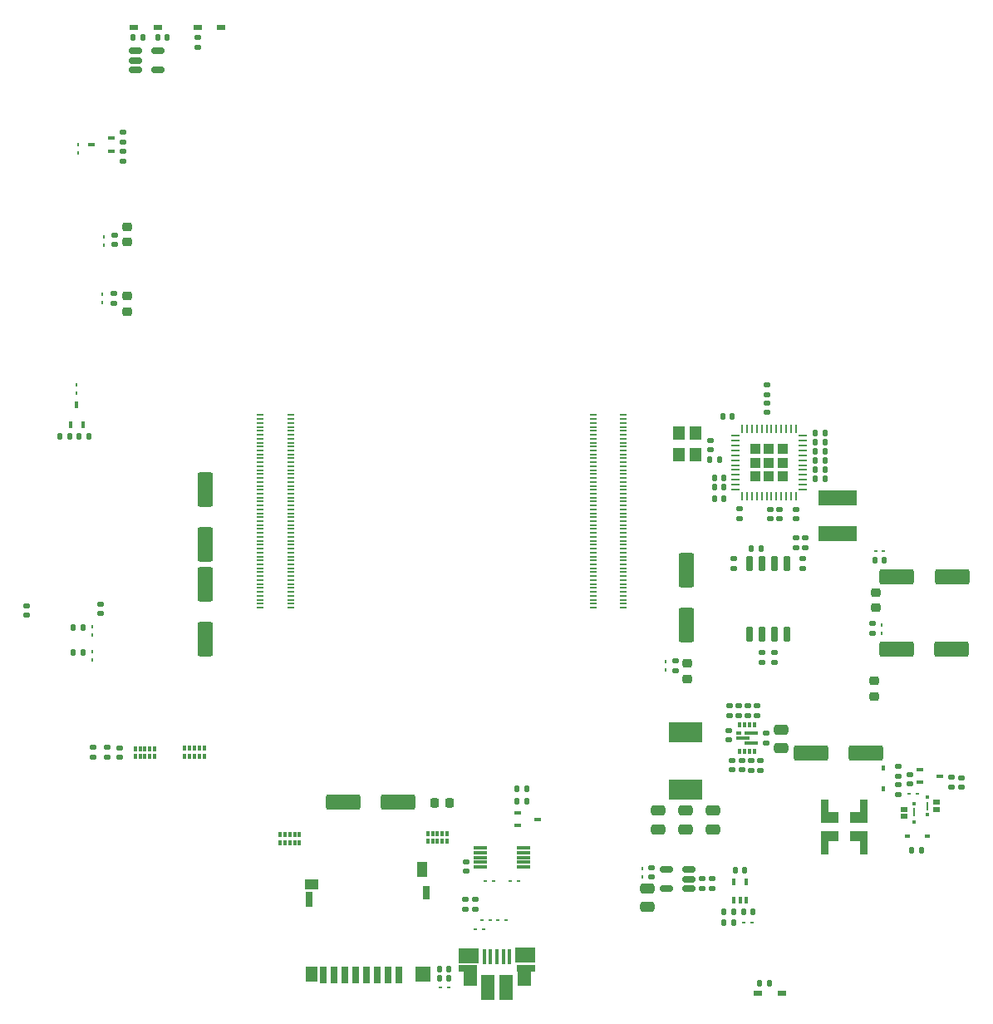
<source format=gtp>
%TF.GenerationSoftware,KiCad,Pcbnew,(5.99.0-12650-g5c402a64ab)*%
%TF.CreationDate,2021-10-24T00:02:36+01:00*%
%TF.ProjectId,Pintry-X2,50696e74-7279-42d5-9832-2e6b69636164,rev?*%
%TF.SameCoordinates,Original*%
%TF.FileFunction,Paste,Top*%
%TF.FilePolarity,Positive*%
%FSLAX46Y46*%
G04 Gerber Fmt 4.6, Leading zero omitted, Abs format (unit mm)*
G04 Created by KiCad (PCBNEW (5.99.0-12650-g5c402a64ab)) date 2021-10-24 00:02:36*
%MOMM*%
%LPD*%
G01*
G04 APERTURE LIST*
G04 Aperture macros list*
%AMRoundRect*
0 Rectangle with rounded corners*
0 $1 Rounding radius*
0 $2 $3 $4 $5 $6 $7 $8 $9 X,Y pos of 4 corners*
0 Add a 4 corners polygon primitive as box body*
4,1,4,$2,$3,$4,$5,$6,$7,$8,$9,$2,$3,0*
0 Add four circle primitives for the rounded corners*
1,1,$1+$1,$2,$3*
1,1,$1+$1,$4,$5*
1,1,$1+$1,$6,$7*
1,1,$1+$1,$8,$9*
0 Add four rect primitives between the rounded corners*
20,1,$1+$1,$2,$3,$4,$5,0*
20,1,$1+$1,$4,$5,$6,$7,0*
20,1,$1+$1,$6,$7,$8,$9,0*
20,1,$1+$1,$8,$9,$2,$3,0*%
%AMFreePoly0*
4,1,17,0.428536,1.278536,0.430000,1.275000,0.430000,-0.425000,0.428536,-0.428536,0.425000,-0.430000,-0.575000,-0.430000,-0.578536,-0.428536,-0.580000,-0.425000,-0.580000,0.570000,-1.875000,0.570000,-1.878536,0.571464,-1.880000,0.575000,-1.880000,1.275000,-1.878536,1.278536,-1.875000,1.280000,0.425000,1.280000,0.428536,1.278536,0.428536,1.278536,$1*%
G04 Aperture macros list end*
%ADD10C,0.010000*%
%ADD11R,0.250000X0.360000*%
%ADD12R,0.300000X0.550000*%
%ADD13R,0.400000X0.550000*%
%ADD14RoundRect,0.135000X0.185000X-0.135000X0.185000X0.135000X-0.185000X0.135000X-0.185000X-0.135000X0*%
%ADD15RoundRect,0.150000X0.512500X0.150000X-0.512500X0.150000X-0.512500X-0.150000X0.512500X-0.150000X0*%
%ADD16RoundRect,0.135000X-0.135000X-0.185000X0.135000X-0.185000X0.135000X0.185000X-0.135000X0.185000X0*%
%ADD17RoundRect,0.140000X0.170000X-0.140000X0.170000X0.140000X-0.170000X0.140000X-0.170000X-0.140000X0*%
%ADD18RoundRect,0.250000X1.500000X0.550000X-1.500000X0.550000X-1.500000X-0.550000X1.500000X-0.550000X0*%
%ADD19RoundRect,0.140000X-0.140000X-0.170000X0.140000X-0.170000X0.140000X0.170000X-0.140000X0.170000X0*%
%ADD20FreePoly0,270.000000*%
%ADD21RoundRect,0.135000X-0.185000X0.135000X-0.185000X-0.135000X0.185000X-0.135000X0.185000X0.135000X0*%
%ADD22RoundRect,0.250000X-1.500000X-0.550000X1.500000X-0.550000X1.500000X0.550000X-1.500000X0.550000X0*%
%ADD23RoundRect,0.250000X0.550000X-1.500000X0.550000X1.500000X-0.550000X1.500000X-0.550000X-1.500000X0*%
%ADD24RoundRect,0.140000X-0.170000X0.140000X-0.170000X-0.140000X0.170000X-0.140000X0.170000X0.140000X0*%
%ADD25RoundRect,0.250000X-0.475000X0.250000X-0.475000X-0.250000X0.475000X-0.250000X0.475000X0.250000X0*%
%ADD26R,0.400000X1.650000*%
%ADD27R,1.825000X0.700000*%
%ADD28R,1.430000X2.500000*%
%ADD29R,1.350000X2.000000*%
%ADD30R,2.000000X1.500000*%
%ADD31R,0.800000X0.600000*%
%ADD32R,0.300000X0.350000*%
%ADD33R,0.235000X0.870000*%
%ADD34R,0.700000X0.450000*%
%ADD35R,0.360000X0.250000*%
%ADD36R,1.200000X1.400000*%
%ADD37RoundRect,0.250000X0.300000X0.300000X-0.300000X0.300000X-0.300000X-0.300000X0.300000X-0.300000X0*%
%ADD38RoundRect,0.062500X0.337500X0.062500X-0.337500X0.062500X-0.337500X-0.062500X0.337500X-0.062500X0*%
%ADD39RoundRect,0.062500X0.062500X0.337500X-0.062500X0.337500X-0.062500X-0.337500X0.062500X-0.337500X0*%
%ADD40R,4.000000X1.500000*%
%ADD41R,0.900000X0.600000*%
%ADD42R,0.450000X0.600000*%
%ADD43R,3.400000X2.150000*%
%ADD44RoundRect,0.140000X0.140000X0.170000X-0.140000X0.170000X-0.140000X-0.170000X0.140000X-0.170000X0*%
%ADD45RoundRect,0.218750X-0.256250X0.218750X-0.256250X-0.218750X0.256250X-0.218750X0.256250X0.218750X0*%
%ADD46R,0.700000X0.200000*%
%ADD47RoundRect,0.150000X0.150000X-0.650000X0.150000X0.650000X-0.150000X0.650000X-0.150000X-0.650000X0*%
%ADD48RoundRect,0.135000X0.135000X0.185000X-0.135000X0.185000X-0.135000X-0.185000X0.135000X-0.185000X0*%
%ADD49R,0.450000X0.700000*%
%ADD50RoundRect,0.218750X-0.218750X-0.256250X0.218750X-0.256250X0.218750X0.256250X-0.218750X0.256250X0*%
%ADD51R,0.600000X0.450000*%
%ADD52RoundRect,0.250000X-0.550000X1.500000X-0.550000X-1.500000X0.550000X-1.500000X0.550000X1.500000X0*%
%ADD53R,0.400000X0.650000*%
%ADD54R,1.400000X0.300000*%
%ADD55R,0.700000X1.750000*%
%ADD56R,1.450000X1.000000*%
%ADD57R,1.000000X1.550000*%
%ADD58R,1.500000X1.500000*%
%ADD59R,0.800000X1.400000*%
%ADD60R,1.300000X1.500000*%
%ADD61R,0.800000X1.500000*%
%ADD62RoundRect,0.218750X0.256250X-0.218750X0.256250X0.218750X-0.256250X0.218750X-0.256250X-0.218750X0*%
%ADD63R,1.400000X0.350000*%
%ADD64R,0.350000X0.600000*%
%ADD65R,0.600000X0.350000*%
%ADD66RoundRect,0.150000X-0.512500X-0.150000X0.512500X-0.150000X0.512500X0.150000X-0.512500X0.150000X0*%
G04 APERTURE END LIST*
D10*
%TO.C,FL1*%
X152800000Y-191750000D02*
X152800000Y-189450000D01*
X152800000Y-189450000D02*
X153500000Y-189450000D01*
X153500000Y-189450000D02*
X153500000Y-190750000D01*
X153500000Y-190750000D02*
X154500000Y-190750000D01*
X154500000Y-190750000D02*
X154500000Y-191750000D01*
X154500000Y-191750000D02*
X152800000Y-191750000D01*
G36*
X153500000Y-190750000D02*
G01*
X154500000Y-190750000D01*
X154500000Y-191750000D01*
X152800000Y-191750000D01*
X152800000Y-189450000D01*
X153500000Y-189450000D01*
X153500000Y-190750000D01*
G37*
X153500000Y-190750000D02*
X154500000Y-190750000D01*
X154500000Y-191750000D01*
X152800000Y-191750000D01*
X152800000Y-189450000D01*
X153500000Y-189450000D01*
X153500000Y-190750000D01*
X157500000Y-191750000D02*
X157500000Y-189450000D01*
X157500000Y-189450000D02*
X156800000Y-189450000D01*
X156800000Y-189450000D02*
X156800000Y-190750000D01*
X156800000Y-190750000D02*
X155800000Y-190750000D01*
X155800000Y-190750000D02*
X155800000Y-191750000D01*
X155800000Y-191750000D02*
X157500000Y-191750000D01*
G36*
X157500000Y-191750000D02*
G01*
X155800000Y-191750000D01*
X155800000Y-190750000D01*
X156800000Y-190750000D01*
X156800000Y-189450000D01*
X157500000Y-189450000D01*
X157500000Y-191750000D01*
G37*
X157500000Y-191750000D02*
X155800000Y-191750000D01*
X155800000Y-190750000D01*
X156800000Y-190750000D01*
X156800000Y-189450000D01*
X157500000Y-189450000D01*
X157500000Y-191750000D01*
X157500000Y-192650000D02*
X157500000Y-194950000D01*
X157500000Y-194950000D02*
X156800000Y-194950000D01*
X156800000Y-194950000D02*
X156800000Y-193650000D01*
X156800000Y-193650000D02*
X155800000Y-193650000D01*
X155800000Y-193650000D02*
X155800000Y-192650000D01*
X155800000Y-192650000D02*
X157500000Y-192650000D01*
G36*
X157500000Y-194950000D02*
G01*
X156800000Y-194950000D01*
X156800000Y-193650000D01*
X155800000Y-193650000D01*
X155800000Y-192650000D01*
X157500000Y-192650000D01*
X157500000Y-194950000D01*
G37*
X157500000Y-194950000D02*
X156800000Y-194950000D01*
X156800000Y-193650000D01*
X155800000Y-193650000D01*
X155800000Y-192650000D01*
X157500000Y-192650000D01*
X157500000Y-194950000D01*
X152800000Y-192650000D02*
X152800000Y-194950000D01*
X152800000Y-194950000D02*
X153500000Y-194950000D01*
X153500000Y-194950000D02*
X153500000Y-193650000D01*
X153500000Y-193650000D02*
X154500000Y-193650000D01*
X154500000Y-193650000D02*
X154500000Y-192650000D01*
X154500000Y-192650000D02*
X152800000Y-192650000D01*
G36*
X154500000Y-193650000D02*
G01*
X153500000Y-193650000D01*
X153500000Y-194950000D01*
X152800000Y-194950000D01*
X152800000Y-192650000D01*
X154500000Y-192650000D01*
X154500000Y-193650000D01*
G37*
X154500000Y-193650000D02*
X153500000Y-193650000D01*
X153500000Y-194950000D01*
X152800000Y-194950000D01*
X152800000Y-192650000D01*
X154500000Y-192650000D01*
X154500000Y-193650000D01*
%TD*%
D11*
%TO.C,D13*%
X79750000Y-132130000D03*
X79750000Y-132970000D03*
%TD*%
D12*
%TO.C,U2*%
X88000000Y-185020000D03*
X88500000Y-185020000D03*
D13*
X89000000Y-185020000D03*
D12*
X89500000Y-185020000D03*
X90000000Y-185020000D03*
X90000000Y-184250000D03*
X89500000Y-184250000D03*
D13*
X89000000Y-184250000D03*
D12*
X88500000Y-184250000D03*
X88000000Y-184250000D03*
%TD*%
D14*
%TO.C,R27*%
X160700000Y-188960000D03*
X160700000Y-187940000D03*
%TD*%
D15*
%TO.C,U15*%
X139337500Y-198500000D03*
X139337500Y-197550000D03*
X139337500Y-196600000D03*
X137062500Y-196600000D03*
X137062500Y-198500000D03*
%TD*%
D16*
%TO.C,R10*%
X77190000Y-152500000D03*
X78210000Y-152500000D03*
%TD*%
D17*
%TO.C,C2*%
X116650000Y-196780000D03*
X116650000Y-195820000D03*
%TD*%
D18*
%TO.C,C49*%
X109725000Y-189750000D03*
X104125000Y-189750000D03*
%TD*%
D14*
%TO.C,R30*%
X145700000Y-186460000D03*
X145700000Y-185440000D03*
%TD*%
D12*
%TO.C,U6*%
X97700000Y-193820000D03*
X98200000Y-193820000D03*
D13*
X98700000Y-193820000D03*
D12*
X99200000Y-193820000D03*
X99700000Y-193820000D03*
X99700000Y-193050000D03*
X99200000Y-193050000D03*
D13*
X98700000Y-193050000D03*
D12*
X98200000Y-193050000D03*
X97700000Y-193050000D03*
%TD*%
D19*
%TO.C,C15*%
X113970000Y-206700000D03*
X114930000Y-206700000D03*
%TD*%
D20*
%TO.C,FL1*%
X156225000Y-191325000D03*
%TD*%
D21*
%TO.C,R3*%
X78700000Y-184140000D03*
X78700000Y-185160000D03*
%TD*%
D22*
%TO.C,C55*%
X160575000Y-166750000D03*
X166175000Y-166750000D03*
%TD*%
D14*
%TO.C,R31*%
X166100000Y-188210000D03*
X166100000Y-187190000D03*
%TD*%
%TO.C,R2*%
X116600000Y-200610000D03*
X116600000Y-199590000D03*
%TD*%
D23*
%TO.C,C50*%
X139100000Y-171650000D03*
X139100000Y-166050000D03*
%TD*%
D19*
%TO.C,C28*%
X152277500Y-154917500D03*
X153237500Y-154917500D03*
%TD*%
D24*
%TO.C,C68*%
X71900000Y-169720000D03*
X71900000Y-170680000D03*
%TD*%
D25*
%TO.C,C58*%
X148750000Y-182350000D03*
X148750000Y-184250000D03*
%TD*%
D11*
%TO.C,D12*%
X78550000Y-174430000D03*
X78550000Y-175270000D03*
%TD*%
D16*
%TO.C,R16*%
X121840000Y-189650000D03*
X122860000Y-189650000D03*
%TD*%
D25*
%TO.C,C6*%
X135150000Y-198500000D03*
X135150000Y-200400000D03*
%TD*%
D14*
%TO.C,R7*%
X81750000Y-124410000D03*
X81750000Y-123390000D03*
%TD*%
D21*
%TO.C,R6*%
X89300000Y-111790000D03*
X89300000Y-112810000D03*
%TD*%
D24*
%TO.C,C27*%
X143950000Y-164920000D03*
X143950000Y-165880000D03*
%TD*%
D26*
%TO.C,J1*%
X118515000Y-205435000D03*
X119165000Y-205435000D03*
X119815000Y-205435000D03*
X120465000Y-205435000D03*
X121115000Y-205435000D03*
D27*
X116865000Y-206635000D03*
X122815000Y-206635000D03*
D28*
X118855000Y-208585000D03*
D29*
X122565000Y-207385000D03*
X117085000Y-207385000D03*
D30*
X122715000Y-205315000D03*
D28*
X120775000Y-208585000D03*
D30*
X116965000Y-205335000D03*
%TD*%
D14*
%TO.C,R13*%
X147350000Y-148210000D03*
X147350000Y-147190000D03*
%TD*%
D11*
%TO.C,D16*%
X77000000Y-148020000D03*
X77000000Y-147180000D03*
%TD*%
D17*
%TO.C,C5*%
X141700000Y-198480000D03*
X141700000Y-197520000D03*
%TD*%
D31*
%TO.C,Q7*%
X164625000Y-189750000D03*
X164625000Y-190450000D03*
D32*
X163650000Y-189175000D03*
X163650000Y-191025000D03*
D33*
X163650000Y-190140000D03*
%TD*%
D34*
%TO.C,Q1*%
X80500000Y-123400000D03*
X80500000Y-122100000D03*
X78500000Y-122750000D03*
%TD*%
D14*
%TO.C,R22*%
X145400000Y-180910000D03*
X145400000Y-179890000D03*
%TD*%
D35*
%TO.C,D4*%
X121180000Y-197750000D03*
X122020000Y-197750000D03*
%TD*%
D36*
%TO.C,Y1*%
X140062500Y-154362500D03*
X140062500Y-152162500D03*
X138362500Y-152162500D03*
X138362500Y-154362500D03*
%TD*%
D11*
%TO.C,D23*%
X159025000Y-172527500D03*
X159025000Y-171687500D03*
%TD*%
D14*
%TO.C,R26*%
X143500000Y-180910000D03*
X143500000Y-179890000D03*
%TD*%
D37*
%TO.C,U7*%
X148907500Y-153767500D03*
X146167500Y-153767500D03*
X148907500Y-156507500D03*
X148907500Y-155137500D03*
X147537500Y-155137500D03*
X147537500Y-153767500D03*
X147537500Y-156507500D03*
X146167500Y-156507500D03*
X146167500Y-155137500D03*
D38*
X150987500Y-157887500D03*
X150987500Y-157387500D03*
X150987500Y-156887500D03*
X150987500Y-156387500D03*
X150987500Y-155887500D03*
X150987500Y-155387500D03*
X150987500Y-154887500D03*
X150987500Y-154387500D03*
X150987500Y-153887500D03*
X150987500Y-153387500D03*
X150987500Y-152887500D03*
X150987500Y-152387500D03*
D39*
X150287500Y-151687500D03*
X149787500Y-151687500D03*
X149287500Y-151687500D03*
X148787500Y-151687500D03*
X148287500Y-151687500D03*
X147787500Y-151687500D03*
X147287500Y-151687500D03*
X146787500Y-151687500D03*
X146287500Y-151687500D03*
X145787500Y-151687500D03*
X145287500Y-151687500D03*
X144787500Y-151687500D03*
D38*
X144087500Y-152387500D03*
X144087500Y-152887500D03*
X144087500Y-153387500D03*
X144087500Y-153887500D03*
X144087500Y-154387500D03*
X144087500Y-154887500D03*
X144087500Y-155387500D03*
X144087500Y-155887500D03*
X144087500Y-156387500D03*
X144087500Y-156887500D03*
X144087500Y-157387500D03*
X144087500Y-157887500D03*
D39*
X144787500Y-158587500D03*
X145287500Y-158587500D03*
X145787500Y-158587500D03*
X146287500Y-158587500D03*
X146787500Y-158587500D03*
X147287500Y-158587500D03*
X147787500Y-158587500D03*
X148287500Y-158587500D03*
X148787500Y-158587500D03*
X149287500Y-158587500D03*
X149787500Y-158587500D03*
X150287500Y-158587500D03*
%TD*%
D11*
%TO.C,D15*%
X77150000Y-122730000D03*
X77150000Y-123570000D03*
%TD*%
D40*
%TO.C,L1*%
X154500000Y-162350000D03*
X154500000Y-158750000D03*
%TD*%
D41*
%TO.C,D8*%
X82850000Y-110800000D03*
X85250000Y-110800000D03*
%TD*%
D21*
%TO.C,R23*%
X146350000Y-179890000D03*
X146350000Y-180910000D03*
%TD*%
D19*
%TO.C,C13*%
X144120000Y-196650000D03*
X145080000Y-196650000D03*
%TD*%
D17*
%TO.C,C17*%
X80750000Y-138880000D03*
X80750000Y-137920000D03*
%TD*%
D11*
%TO.C,D21*%
X137000000Y-175405000D03*
X137000000Y-176245000D03*
%TD*%
D42*
%TO.C,D26*%
X159200000Y-188325000D03*
X159200000Y-186225000D03*
%TD*%
D12*
%TO.C,U1*%
X82950000Y-185035000D03*
X83450000Y-185035000D03*
D13*
X83950000Y-185035000D03*
D12*
X84450000Y-185035000D03*
X84950000Y-185035000D03*
X84950000Y-184265000D03*
X84450000Y-184265000D03*
D13*
X83950000Y-184265000D03*
D12*
X83450000Y-184265000D03*
X82950000Y-184265000D03*
%TD*%
D43*
%TO.C,L2*%
X139000000Y-182575000D03*
X139000000Y-188425000D03*
%TD*%
D16*
%TO.C,R8*%
X75280000Y-152500000D03*
X76300000Y-152500000D03*
%TD*%
D12*
%TO.C,U5*%
X112750000Y-193685000D03*
X113250000Y-193685000D03*
D13*
X113750000Y-193685000D03*
D12*
X114250000Y-193685000D03*
X114750000Y-193685000D03*
X114750000Y-192915000D03*
X114250000Y-192915000D03*
D13*
X113750000Y-192915000D03*
D12*
X113250000Y-192915000D03*
X112750000Y-192915000D03*
%TD*%
D16*
%TO.C,R35*%
X121840000Y-188400000D03*
X122860000Y-188400000D03*
%TD*%
D44*
%TO.C,C36*%
X143780000Y-150450000D03*
X142820000Y-150450000D03*
%TD*%
D16*
%TO.C,R20*%
X76590000Y-174450000D03*
X77610000Y-174450000D03*
%TD*%
D45*
%TO.C,FB6*%
X158250000Y-177362500D03*
X158250000Y-178937500D03*
%TD*%
D16*
%TO.C,R14*%
X146530000Y-208200000D03*
X147550000Y-208200000D03*
%TD*%
D24*
%TO.C,C38*%
X147657500Y-159887500D03*
X147657500Y-160847500D03*
%TD*%
D44*
%TO.C,C33*%
X142937500Y-158767500D03*
X141977500Y-158767500D03*
%TD*%
D35*
%TO.C,D25*%
X161830000Y-188900000D03*
X162670000Y-188900000D03*
%TD*%
D21*
%TO.C,R24*%
X144450000Y-179890000D03*
X144450000Y-180910000D03*
%TD*%
D41*
%TO.C,D9*%
X89300000Y-110800000D03*
X91700000Y-110800000D03*
%TD*%
D23*
%TO.C,C10*%
X90100000Y-163450000D03*
X90100000Y-157850000D03*
%TD*%
D19*
%TO.C,C11*%
X85270000Y-111850000D03*
X86230000Y-111850000D03*
%TD*%
D45*
%TO.C,FB1*%
X82150000Y-131112500D03*
X82150000Y-132687500D03*
%TD*%
D24*
%TO.C,C39*%
X148607500Y-159887500D03*
X148607500Y-160847500D03*
%TD*%
D35*
%TO.C,D3*%
X119900000Y-201700000D03*
X120740000Y-201700000D03*
%TD*%
%TO.C,D22*%
X158380000Y-164125000D03*
X159220000Y-164125000D03*
%TD*%
D21*
%TO.C,R4*%
X80100000Y-184140000D03*
X80100000Y-185160000D03*
%TD*%
D19*
%TO.C,C34*%
X152277500Y-152117500D03*
X153237500Y-152117500D03*
%TD*%
%TO.C,C14*%
X113970000Y-207650000D03*
X114930000Y-207650000D03*
%TD*%
%TO.C,C32*%
X152277500Y-153017500D03*
X153237500Y-153017500D03*
%TD*%
D24*
%TO.C,C23*%
X151200000Y-162820000D03*
X151200000Y-163780000D03*
%TD*%
D19*
%TO.C,C43*%
X158295000Y-165100000D03*
X159255000Y-165100000D03*
%TD*%
D24*
%TO.C,C61*%
X143800000Y-185470000D03*
X143800000Y-186430000D03*
%TD*%
D19*
%TO.C,C31*%
X152277500Y-156767500D03*
X153237500Y-156767500D03*
%TD*%
D17*
%TO.C,C4*%
X140750000Y-198480000D03*
X140750000Y-197520000D03*
%TD*%
D21*
%TO.C,R11*%
X150950000Y-164890000D03*
X150950000Y-165910000D03*
%TD*%
D35*
%TO.C,D10*%
X114030000Y-208600000D03*
X114870000Y-208600000D03*
%TD*%
D46*
%TO.C,Module1*%
X95700000Y-150300000D03*
X98780000Y-150300000D03*
X95700000Y-150700000D03*
X98780000Y-150700000D03*
X95700000Y-151100000D03*
X98780000Y-151100000D03*
X95700000Y-151500000D03*
X98780000Y-151500000D03*
X95700000Y-151900000D03*
X98780000Y-151900000D03*
X95700000Y-152300000D03*
X98780000Y-152300000D03*
X95700000Y-152700000D03*
X98780000Y-152700000D03*
X95700000Y-153100000D03*
X98780000Y-153100000D03*
X95700000Y-153500000D03*
X98780000Y-153500000D03*
X95700000Y-153900000D03*
X98780000Y-153900000D03*
X95700000Y-154300000D03*
X98780000Y-154300000D03*
X95700000Y-154700000D03*
X98780000Y-154700000D03*
X95700000Y-155100000D03*
X98780000Y-155100000D03*
X95700000Y-155500000D03*
X98780000Y-155500000D03*
X95700000Y-155900000D03*
X98780000Y-155900000D03*
X95700000Y-156300000D03*
X98780000Y-156300000D03*
X95700000Y-156700000D03*
X98780000Y-156700000D03*
X95700000Y-157100000D03*
X98780000Y-157100000D03*
X95700000Y-157500000D03*
X98780000Y-157500000D03*
X95700000Y-157900000D03*
X98780000Y-157900000D03*
X95700000Y-158300000D03*
X98780000Y-158300000D03*
X95700000Y-158700000D03*
X98780000Y-158700000D03*
X95700000Y-159100000D03*
X98780000Y-159100000D03*
X95700000Y-159500000D03*
X98780000Y-159500000D03*
X95700000Y-159900000D03*
X98780000Y-159900000D03*
X95700000Y-160300000D03*
X98780000Y-160300000D03*
X95700000Y-160700000D03*
X98780000Y-160700000D03*
X95700000Y-161100000D03*
X98780000Y-161100000D03*
X95700000Y-161500000D03*
X98780000Y-161500000D03*
X95700000Y-161900000D03*
X98780000Y-161900000D03*
X95700000Y-162300000D03*
X98780000Y-162300000D03*
X95700000Y-162700000D03*
X98780000Y-162700000D03*
X95700000Y-163100000D03*
X98780000Y-163100000D03*
X95700000Y-163500000D03*
X98780000Y-163500000D03*
X95700000Y-163900000D03*
X98780000Y-163900000D03*
X95700000Y-164300000D03*
X98780000Y-164300000D03*
X95700000Y-164700000D03*
X98780000Y-164700000D03*
X95700000Y-165100000D03*
X98780000Y-165100000D03*
X95700000Y-165500000D03*
X98780000Y-165500000D03*
X95700000Y-165900000D03*
X98780000Y-165900000D03*
X95700000Y-166300000D03*
X98780000Y-166300000D03*
X95700000Y-166700000D03*
X98780000Y-166700000D03*
X95700000Y-167100000D03*
X98780000Y-167100000D03*
X95700000Y-167500000D03*
X98780000Y-167500000D03*
X95700000Y-167900000D03*
X98780000Y-167900000D03*
X95700000Y-168300000D03*
X98780000Y-168300000D03*
X95700000Y-168700000D03*
X98780000Y-168700000D03*
X95700000Y-169100000D03*
X98780000Y-169100000D03*
X95700000Y-169500000D03*
X98780000Y-169500000D03*
X95700000Y-169900000D03*
X98780000Y-169900000D03*
X129620000Y-150300000D03*
X132700000Y-150300000D03*
X129620000Y-150700000D03*
X132700000Y-150700000D03*
X129620000Y-151100000D03*
X132700000Y-151100000D03*
X129620000Y-151500000D03*
X132700000Y-151500000D03*
X129620000Y-151900000D03*
X132700000Y-151900000D03*
X129620000Y-152300000D03*
X132700000Y-152300000D03*
X129620000Y-152700000D03*
X132700000Y-152700000D03*
X129620000Y-153100000D03*
X132700000Y-153100000D03*
X129620000Y-153500000D03*
X132700000Y-153500000D03*
X129620000Y-153900000D03*
X132700000Y-153900000D03*
X129620000Y-154300000D03*
X132700000Y-154300000D03*
X129620000Y-154700000D03*
X132700000Y-154700000D03*
X129620000Y-155100000D03*
X132700000Y-155100000D03*
X129620000Y-155500000D03*
X132700000Y-155500000D03*
X129620000Y-155900000D03*
X132700000Y-155900000D03*
X129620000Y-156300000D03*
X132700000Y-156300000D03*
X129620000Y-156700000D03*
X132700000Y-156700000D03*
X129620000Y-157100000D03*
X132700000Y-157100000D03*
X129620000Y-157500000D03*
X132700000Y-157500000D03*
X129620000Y-157900000D03*
X132700000Y-157900000D03*
X129620000Y-158300000D03*
X132700000Y-158300000D03*
X129620000Y-158700000D03*
X132700000Y-158700000D03*
X129620000Y-159100000D03*
X132700000Y-159100000D03*
X129620000Y-159500000D03*
X132700000Y-159500000D03*
X129620000Y-159900000D03*
X132700000Y-159900000D03*
X129620000Y-160300000D03*
X132700000Y-160300000D03*
X129620000Y-160700000D03*
X132700000Y-160700000D03*
X129620000Y-161100000D03*
X132700000Y-161100000D03*
X129620000Y-161500000D03*
X132700000Y-161500000D03*
X129620000Y-161900000D03*
X132700000Y-161900000D03*
X129620000Y-162300000D03*
X132700000Y-162300000D03*
X129620000Y-162700000D03*
X132700000Y-162700000D03*
X129620000Y-163100000D03*
X132700000Y-163100000D03*
X129620000Y-163500000D03*
X132700000Y-163500000D03*
X129620000Y-163900000D03*
X132700000Y-163900000D03*
X129620000Y-164300000D03*
X132700000Y-164300000D03*
X129620000Y-164700000D03*
X132700000Y-164700000D03*
X129620000Y-165100000D03*
X132700000Y-165100000D03*
X129620000Y-165500000D03*
X132700000Y-165500000D03*
X129620000Y-165900000D03*
X132700000Y-165900000D03*
X129620000Y-166300000D03*
X132700000Y-166300000D03*
X129620000Y-166700000D03*
X132700000Y-166700000D03*
X129620000Y-167100000D03*
X132700000Y-167100000D03*
X129620000Y-167500000D03*
X132700000Y-167500000D03*
X129620000Y-167900000D03*
X132700000Y-167900000D03*
X129620000Y-168300000D03*
X132700000Y-168300000D03*
X129620000Y-168700000D03*
X132700000Y-168700000D03*
X129620000Y-169100000D03*
X132700000Y-169100000D03*
X129620000Y-169500000D03*
X132700000Y-169500000D03*
X129620000Y-169900000D03*
X132700000Y-169900000D03*
%TD*%
D47*
%TO.C,U10*%
X145545000Y-172650000D03*
X146815000Y-172650000D03*
X148085000Y-172650000D03*
X149355000Y-172650000D03*
X149355000Y-165450000D03*
X148085000Y-165450000D03*
X146815000Y-165450000D03*
X145545000Y-165450000D03*
%TD*%
D17*
%TO.C,C9*%
X81400000Y-185130000D03*
X81400000Y-184170000D03*
%TD*%
D11*
%TO.C,D11*%
X78550000Y-171880000D03*
X78550000Y-172720000D03*
%TD*%
D25*
%TO.C,C64*%
X141800000Y-190600000D03*
X141800000Y-192500000D03*
%TD*%
D48*
%TO.C,R15*%
X143960000Y-200900000D03*
X142940000Y-200900000D03*
%TD*%
D44*
%TO.C,C40*%
X142487500Y-154812500D03*
X141527500Y-154812500D03*
%TD*%
D24*
%TO.C,C42*%
X138000000Y-175345000D03*
X138000000Y-176305000D03*
%TD*%
%TO.C,C60*%
X143400000Y-182420000D03*
X143400000Y-183380000D03*
%TD*%
D49*
%TO.C,Q2*%
X76350000Y-151250000D03*
X77650000Y-151250000D03*
X77000000Y-149250000D03*
%TD*%
D25*
%TO.C,C62*%
X139050000Y-190600000D03*
X139050000Y-192500000D03*
%TD*%
D50*
%TO.C,FB3*%
X113437500Y-189775000D03*
X115012500Y-189775000D03*
%TD*%
D35*
%TO.C,D6*%
X119470000Y-197750000D03*
X118630000Y-197750000D03*
%TD*%
D51*
%TO.C,D24*%
X163700000Y-193150000D03*
X161600000Y-193150000D03*
%TD*%
D14*
%TO.C,R29*%
X146650000Y-186460000D03*
X146650000Y-185440000D03*
%TD*%
%TO.C,R9*%
X81750000Y-122510000D03*
X81750000Y-121490000D03*
%TD*%
D19*
%TO.C,C29*%
X152277500Y-155867500D03*
X153237500Y-155867500D03*
%TD*%
D41*
%TO.C,D17*%
X148837500Y-209200000D03*
X146437500Y-209200000D03*
%TD*%
D52*
%TO.C,C8*%
X90100000Y-167550000D03*
X90100000Y-173150000D03*
%TD*%
D48*
%TO.C,R5*%
X143960000Y-201950000D03*
X142940000Y-201950000D03*
%TD*%
D34*
%TO.C,Q6*%
X162900000Y-186400000D03*
X162900000Y-187700000D03*
X164900000Y-187050000D03*
%TD*%
D16*
%TO.C,R1*%
X82690000Y-111850000D03*
X83710000Y-111850000D03*
%TD*%
D53*
%TO.C,U4*%
X143950000Y-199700000D03*
X144600000Y-199700000D03*
X145250000Y-199700000D03*
X145250000Y-197800000D03*
X143950000Y-197800000D03*
%TD*%
D19*
%TO.C,C20*%
X141977500Y-157617500D03*
X142937500Y-157617500D03*
%TD*%
%TO.C,C35*%
X152277500Y-153967500D03*
X153237500Y-153967500D03*
%TD*%
D45*
%TO.C,FB4*%
X139225000Y-175612500D03*
X139225000Y-177187500D03*
%TD*%
D34*
%TO.C,Q3*%
X121950000Y-190800000D03*
X121950000Y-192100000D03*
X123950000Y-191450000D03*
%TD*%
D24*
%TO.C,C16*%
X80850000Y-131970000D03*
X80850000Y-132930000D03*
%TD*%
D11*
%TO.C,D2*%
X134600000Y-197320000D03*
X134600000Y-196480000D03*
%TD*%
D17*
%TO.C,C37*%
X147357500Y-150030000D03*
X147357500Y-149070000D03*
%TD*%
D14*
%TO.C,R17*%
X146800000Y-175510000D03*
X146800000Y-174490000D03*
%TD*%
D54*
%TO.C,U14*%
X122510000Y-196350000D03*
X122510000Y-195850000D03*
X122510000Y-195350000D03*
X122510000Y-194850000D03*
X122510000Y-194350000D03*
X118110000Y-194350000D03*
X118110000Y-194850000D03*
X118110000Y-195350000D03*
X118110000Y-195850000D03*
X118110000Y-196350000D03*
%TD*%
D55*
%TO.C,J4*%
X109795000Y-207350000D03*
X108695000Y-207350000D03*
X107595000Y-207350000D03*
X106495000Y-207350000D03*
X105395000Y-207350000D03*
X104295000Y-207350000D03*
X103195000Y-207350000D03*
X102095000Y-207350000D03*
D56*
X100970000Y-198125000D03*
D57*
X112195000Y-196550000D03*
D58*
X112245000Y-207225000D03*
D59*
X112595000Y-198975000D03*
D60*
X100895000Y-207225000D03*
D61*
X100645000Y-199625000D03*
%TD*%
D62*
%TO.C,FB2*%
X82100000Y-139737500D03*
X82100000Y-138162500D03*
%TD*%
D35*
%TO.C,D1*%
X118470000Y-202650000D03*
X117630000Y-202650000D03*
%TD*%
D24*
%TO.C,C18*%
X141562500Y-152882500D03*
X141562500Y-153842500D03*
%TD*%
D17*
%TO.C,C44*%
X158050000Y-172505000D03*
X158050000Y-171545000D03*
%TD*%
D24*
%TO.C,C30*%
X150307500Y-159887500D03*
X150307500Y-160847500D03*
%TD*%
%TO.C,C24*%
X150250000Y-162820000D03*
X150250000Y-163780000D03*
%TD*%
D14*
%TO.C,R28*%
X160700000Y-187060000D03*
X160700000Y-186040000D03*
%TD*%
D24*
%TO.C,C67*%
X79450000Y-169570000D03*
X79450000Y-170530000D03*
%TD*%
D14*
%TO.C,R18*%
X148050000Y-175510000D03*
X148050000Y-174490000D03*
%TD*%
D22*
%TO.C,C56*%
X160550000Y-174150000D03*
X166150000Y-174150000D03*
%TD*%
D63*
%TO.C,U13*%
X145750000Y-183700000D03*
X145750000Y-182700000D03*
D64*
X146050000Y-181850000D03*
X145550000Y-181850000D03*
X145050000Y-181850000D03*
X144550000Y-181850000D03*
D65*
X144450000Y-182700000D03*
D63*
X144850000Y-183200000D03*
D64*
X144550000Y-184550000D03*
X145050000Y-184550000D03*
X145550000Y-184550000D03*
X146050000Y-184550000D03*
%TD*%
D19*
%TO.C,C12*%
X144920000Y-200900000D03*
X145880000Y-200900000D03*
%TD*%
%TO.C,C19*%
X141977500Y-156667500D03*
X142937500Y-156667500D03*
%TD*%
D21*
%TO.C,R12*%
X144550000Y-159840000D03*
X144550000Y-160860000D03*
%TD*%
D17*
%TO.C,C65*%
X167100000Y-188180000D03*
X167100000Y-187220000D03*
%TD*%
D35*
%TO.C,D5*%
X119120000Y-201700000D03*
X118280000Y-201700000D03*
%TD*%
D17*
%TO.C,C21*%
X161850000Y-187880000D03*
X161850000Y-186920000D03*
%TD*%
D45*
%TO.C,FB5*%
X158450000Y-168337500D03*
X158450000Y-169912500D03*
%TD*%
D16*
%TO.C,R19*%
X76590000Y-171900000D03*
X77610000Y-171900000D03*
%TD*%
D66*
%TO.C,U3*%
X83012500Y-113200000D03*
X83012500Y-114150000D03*
X83012500Y-115100000D03*
X85287500Y-115100000D03*
X85287500Y-113200000D03*
%TD*%
D16*
%TO.C,R25*%
X162090000Y-194650000D03*
X163110000Y-194650000D03*
%TD*%
D24*
%TO.C,C59*%
X144750000Y-185470000D03*
X144750000Y-186430000D03*
%TD*%
D31*
%TO.C,Q5*%
X161325000Y-191150000D03*
X161325000Y-190450000D03*
D32*
X162300000Y-191725000D03*
X162300000Y-189875000D03*
D33*
X162300000Y-190760000D03*
%TD*%
D21*
%TO.C,R32*%
X117600000Y-199590000D03*
X117600000Y-200610000D03*
%TD*%
D35*
%TO.C,D7*%
X144930000Y-201950000D03*
X145770000Y-201950000D03*
%TD*%
D17*
%TO.C,C7*%
X135600000Y-197330000D03*
X135600000Y-196370000D03*
%TD*%
D18*
%TO.C,C66*%
X157400000Y-184700000D03*
X151800000Y-184700000D03*
%TD*%
D11*
%TO.C,D14*%
X79600000Y-138820000D03*
X79600000Y-137980000D03*
%TD*%
D16*
%TO.C,R21*%
X145740000Y-163850000D03*
X146760000Y-163850000D03*
%TD*%
D25*
%TO.C,C63*%
X136200000Y-190600000D03*
X136200000Y-192500000D03*
%TD*%
D24*
%TO.C,C57*%
X147250000Y-182720000D03*
X147250000Y-183680000D03*
%TD*%
M02*

</source>
